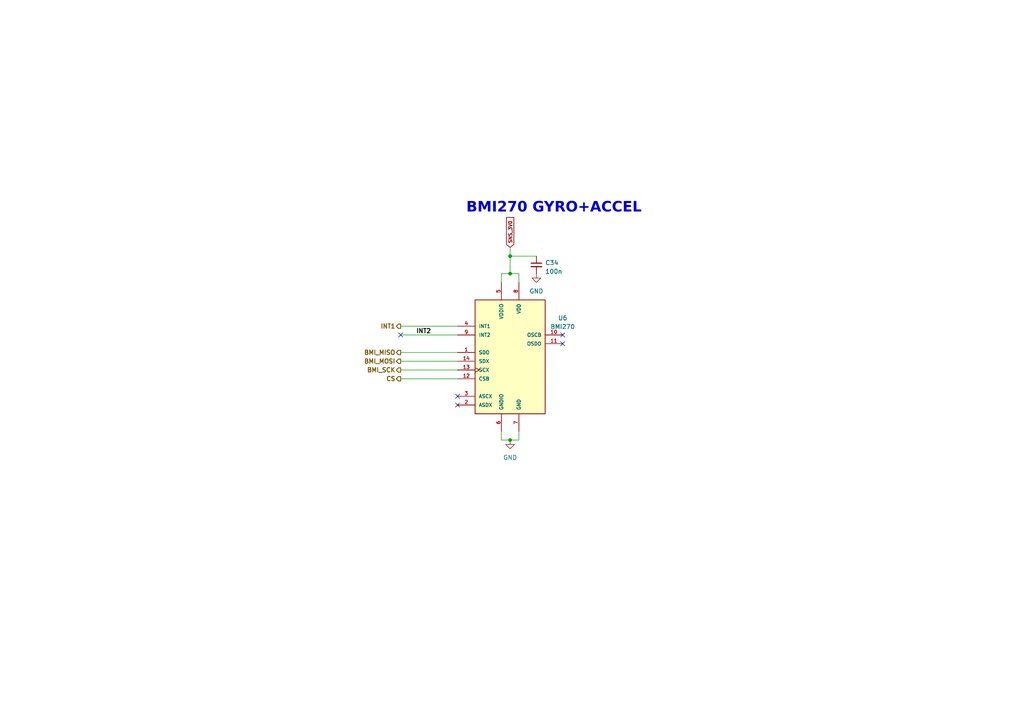
<source format=kicad_sch>
(kicad_sch (version 20230121) (generator eeschema)
  (paper "A4")
  (lib_symbols
    (symbol "Device:C_Small" (pin_numbers hide) (pin_names (offset 0.254) hide)
      (property "Reference" "C" (at 0.254 1.778 0))
      (property "Value" "C_Small" (at 0.254 -2.032 0))
      (symbol "C_Small_0_1"
        (polyline (pts (xy -1.524 -0.508) (xy 1.524 -0.508)) (stroke (width 0.3302)))
        (polyline (pts (xy -1.524 0.508) (xy 1.524 0.508)) (stroke (width 0.3048)))
      )
      (symbol "C_Small_1_1"
        (pin passive line (at 0 2.54 270) (length 2.032) (name "~") (number "1"))
        (pin passive line (at 0 -2.54 90) (length 2.032) (name "~") (number "2"))
      )
    )
    (symbol "GCL_Drivers_FET&H-Bridges:BMI270" (pin_names (offset 1.016))
      (property "Reference" "U" (at -10.16 22.86 0))
      (property "Value" "BMI270" (at -10.16 20.32 0))
      (symbol "BMI270_0_0"
        (rectangle (start -10.16 20.32) (end 10.16 -12.7) (stroke (width 0.254)) (fill (type background)))
        (pin bidirectional line (at -15.24 5.08 0) (length 5.08) (name "SDO") (number "1"))
        (pin input line (at 15.24 10.16 180) (length 5.08) (name "OSCB") (number "10"))
        (pin output line (at 15.24 7.62 180) (length 5.08) (name "OSDO") (number "11"))
        (pin input line (at -15.24 -2.54 0) (length 5.08) (name "CSB") (number "12"))
        (pin input clock (at -15.24 0 0) (length 5.08) (name "SCX") (number "13"))
        (pin bidirectional line (at -15.24 2.54 0) (length 5.08) (name "SDX") (number "14"))
        (pin bidirectional line (at -15.24 -10.16 0) (length 5.08) (name "ASDX") (number "2"))
        (pin bidirectional line (at -15.24 -7.62 0) (length 5.08) (name "ASCX") (number "3"))
        (pin bidirectional line (at -15.24 12.7 0) (length 5.08) (name "INT1") (number "4"))
        (pin power_in line (at -2.54 25.4 270) (length 5.08) (name "VDDIO") (number "5"))
        (pin power_in line (at -2.54 -17.78 90) (length 5.08) (name "GNDIO") (number "6"))
        (pin power_in line (at 2.54 -17.78 90) (length 5.08) (name "GND") (number "7"))
        (pin power_in line (at 2.54 25.4 270) (length 5.08) (name "VDD") (number "8"))
        (pin bidirectional line (at -15.24 10.16 0) (length 5.08) (name "INT2") (number "9"))
      )
    )
    (symbol "power:GND" (power) (pin_names (offset 0))
      (property "Value" "GND" (at 0 -3.81 0))
      (symbol "GND_0_1"
        (polyline (pts (xy 0 0) (xy 0 -1.27) (xy 1.27 -1.27) (xy 0 -2.54) (xy -1.27 -1.27) (xy 0 -1.27)))
      )
      (symbol "GND_1_1"
        (pin power_in line (at 0 0 270) (length 0) hide (name "GND") (number "1"))
      )
    )
  )
  (junction (at 147.955 127.635))
  (junction (at 147.955 74.295))
  (junction (at 147.955 79.375))
  (no_connect (at 132.715 114.935))
  (no_connect (at 163.195 97.155))
  (no_connect (at 116.205 97.155))
  (no_connect (at 163.195 99.695))
  (no_connect (at 132.715 117.475))
  (wire (pts (xy 147.955 79.375) (xy 150.495 79.375)))
  (wire (pts (xy 147.955 74.295) (xy 155.575 74.295)))
  (wire (pts (xy 150.495 79.375) (xy 150.495 81.915)))
  (wire (pts (xy 145.415 127.635) (xy 145.415 125.095)))
  (wire (pts (xy 147.955 74.295) (xy 147.955 79.375)))
  (wire (pts (xy 147.955 127.635) (xy 145.415 127.635)))
  (wire (pts (xy 116.205 104.775) (xy 132.715 104.775)))
  (wire (pts (xy 116.205 102.235) (xy 132.715 102.235)))
  (wire (pts (xy 145.415 79.375) (xy 145.415 81.915)))
  (wire (pts (xy 147.955 79.375) (xy 145.415 79.375)))
  (wire (pts (xy 116.205 109.855) (xy 132.715 109.855)))
  (wire (pts (xy 116.205 94.615) (xy 132.715 94.615)))
  (wire (pts (xy 150.495 125.095) (xy 150.495 127.635)))
  (wire (pts (xy 116.205 97.155) (xy 132.715 97.155)))
  (wire (pts (xy 147.955 71.755) (xy 147.955 74.295)))
  (wire (pts (xy 150.495 127.635) (xy 147.955 127.635)))
  (wire (pts (xy 116.205 107.315) (xy 132.715 107.315)))
  (text "BMI270 GYRO+ACCEL" (at 135.255 62.865 0) (effects (font (size 3 3) (thickness 0.6) bold) (justify left bottom)))
  (label "INT2" (at 125.095 97.155 180) (effects (font bold)))
  (global_label "SNS_3V0" (shape input) (at 147.955 71.755 90) (effects (font (size 1 1) bold)) (property "Intersheetrefs" "${INTERSHEET_REFS}" (effects hide)))
  (hierarchical_label "BMI_SCK" (shape output) (at 116.205 107.315 180) (effects (font bold)))
  (hierarchical_label "CS" (shape output) (at 116.205 109.855 180) (effects (font bold)))
  (hierarchical_label "INT1" (shape output) (at 116.205 94.615 180) (effects (font bold)))
  (hierarchical_label "BMI_MISO" (shape output) (at 116.205 102.235 180) (effects (font bold)))
  (hierarchical_label "BMI_MOSI" (shape output) (at 116.205 104.775 180) (effects (font bold)))
  (symbol (lib_id "GCL_Drivers_FET&H-Bridges:BMI270") (at 147.955 107.315 0) (unit 1)
    (property "Reference" "U6" (at 163.195 92.2273 0))
    (property "Value" "BMI270" (at 163.195 94.7673 0))
    (property "Footprint" "greencharge-footprints:XDCR_BMI270" (effects hide))
    (property "MANUFACTURER" "Bosch Sensortec" (effects hide))
    (property "PATREV" "1.0" (effects hide))
    (property "MAXIMUM_PACKAGE_HEIGHT" "0.87mm" (effects hide))
    (property "STANDARD" "Manufacturer Recommendations" (effects hide))
    (instances (project "the_thingy" (path "" (reference "U6") (unit 1)) (path "" (reference "U?") (unit 1))))
  )
  (symbol (lib_id "Device:C_Small") (at 155.575 76.835 0) (unit 1)
    (property "Reference" "C34" (at 158.115 76.2063 0) (effects (justify left)))
    (property "Value" "100n" (at 158.115 78.7463 0) (effects (justify left)))
    (property "Footprint" "Capacitor_SMD:C_0402_1005Metric" (effects hide))
    (instances (project "the_thingy" (path "" (reference "C34") (unit 1)) (path "" (reference "C?") (unit 1))))
  )
  (symbol (lib_id "power:GND") (at 155.575 79.375 0) (unit 1)
    (property "Reference" "#PWR069" (effects hide))
    (property "Value" "GND" (at 155.575 84.455 0))
    (instances (project "the_thingy" (path "" (reference "#PWR069") (unit 1)) (path "" (reference "#PWR01") (unit 1))))
  )
  (symbol (lib_id "power:GND") (at 147.955 127.635 0) (unit 1)
    (property "Reference" "#PWR068" (effects hide))
    (property "Value" "GND" (at 147.955 132.715 0))
    (instances (project "the_thingy" (path "" (reference "#PWR068") (unit 1)) (path "" (reference "#PWR02") (unit 1))))
  )
)
</source>
